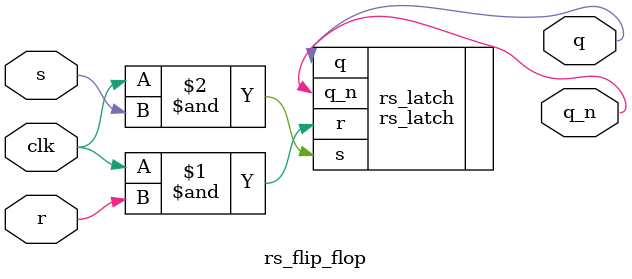
<source format=v>
module rs_flip_flop (
    input clk,
    input r,
    input s,
    output q,
    output q_n
);
  rs_latch rs_latch (
    .r (clk & r),
    .s (clk & s),
    .q (q),
    .q_n (q_n)
  );
endmodule

</source>
